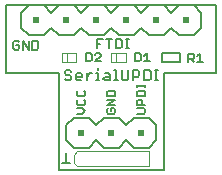
<source format=gto>
G75*
%MOIN*%
%OFA0B0*%
%FSLAX25Y25*%
%IPPOS*%
%LPD*%
%AMOC8*
5,1,8,0,0,1.08239X$1,22.5*
%
%ADD10C,0.00500*%
%ADD11C,0.00600*%
%ADD12C,0.00700*%
%ADD13C,0.00200*%
%ADD14R,0.02000X0.02000*%
%ADD15C,0.00400*%
D10*
X0019000Y0005800D02*
X0019000Y0038300D01*
X0001500Y0038300D01*
X0001500Y0060800D01*
X0071500Y0060800D01*
X0071500Y0038300D01*
X0054000Y0038300D01*
X0054000Y0005800D01*
X0019000Y0005800D01*
X0024000Y0013300D02*
X0021500Y0015800D01*
X0021500Y0020800D01*
X0024000Y0023300D01*
X0029000Y0023300D01*
X0031500Y0020800D01*
X0034000Y0023300D01*
X0039000Y0023300D01*
X0041500Y0020800D01*
X0044000Y0023300D01*
X0049000Y0023300D01*
X0051500Y0020800D01*
X0051500Y0015800D01*
X0049000Y0013300D01*
X0044000Y0013300D01*
X0041500Y0015800D01*
X0039000Y0013300D01*
X0034000Y0013300D01*
X0031500Y0015800D01*
X0029000Y0013300D01*
X0024000Y0013300D01*
X0025148Y0024550D02*
X0026949Y0024550D01*
X0027850Y0025451D01*
X0026949Y0026352D01*
X0025148Y0026352D01*
X0025598Y0027497D02*
X0025148Y0027947D01*
X0025148Y0028848D01*
X0025598Y0029298D01*
X0025598Y0030443D02*
X0027400Y0030443D01*
X0027850Y0030893D01*
X0027850Y0031794D01*
X0027400Y0032245D01*
X0025598Y0032245D02*
X0025148Y0031794D01*
X0025148Y0030893D01*
X0025598Y0030443D01*
X0027400Y0029298D02*
X0027850Y0028848D01*
X0027850Y0027947D01*
X0027400Y0027497D01*
X0025598Y0027497D01*
X0035148Y0027497D02*
X0037850Y0029298D01*
X0035148Y0029298D01*
X0035148Y0030443D02*
X0035148Y0031794D01*
X0035598Y0032245D01*
X0037400Y0032245D01*
X0037850Y0031794D01*
X0037850Y0030443D01*
X0035148Y0030443D01*
X0035148Y0027497D02*
X0037850Y0027497D01*
X0037400Y0026352D02*
X0036499Y0026352D01*
X0036499Y0025451D01*
X0035598Y0026352D02*
X0035148Y0025901D01*
X0035148Y0025000D01*
X0035598Y0024550D01*
X0037400Y0024550D01*
X0037850Y0025000D01*
X0037850Y0025901D01*
X0037400Y0026352D01*
X0045148Y0026352D02*
X0047400Y0026352D01*
X0047850Y0025901D01*
X0047850Y0025000D01*
X0047400Y0024550D01*
X0045148Y0024550D01*
X0045148Y0027497D02*
X0045148Y0028848D01*
X0045598Y0029298D01*
X0046499Y0029298D01*
X0046949Y0028848D01*
X0046949Y0027497D01*
X0047850Y0027497D02*
X0045148Y0027497D01*
X0045148Y0030443D02*
X0045148Y0031794D01*
X0045598Y0032245D01*
X0047400Y0032245D01*
X0047850Y0031794D01*
X0047850Y0030443D01*
X0045148Y0030443D01*
X0045148Y0033390D02*
X0045148Y0034290D01*
X0045148Y0033840D02*
X0047850Y0033840D01*
X0047850Y0033390D02*
X0047850Y0034290D01*
X0053350Y0041725D02*
X0053350Y0044875D01*
X0057681Y0044875D01*
X0059650Y0044875D01*
X0059650Y0041725D01*
X0057681Y0041725D01*
X0053350Y0041725D01*
X0049348Y0042000D02*
X0047547Y0042000D01*
X0048447Y0042000D02*
X0048447Y0044702D01*
X0047547Y0043802D01*
X0046402Y0044252D02*
X0046402Y0042450D01*
X0045951Y0042000D01*
X0044600Y0042000D01*
X0044600Y0044702D01*
X0045951Y0044702D01*
X0046402Y0044252D01*
X0042369Y0046450D02*
X0041368Y0046450D01*
X0041869Y0046450D02*
X0041869Y0049453D01*
X0042369Y0049453D02*
X0041368Y0049453D01*
X0040147Y0048952D02*
X0039647Y0049453D01*
X0038145Y0049453D01*
X0038145Y0046450D01*
X0039647Y0046450D01*
X0040147Y0046950D01*
X0040147Y0048952D01*
X0039000Y0050800D02*
X0044000Y0050800D01*
X0046500Y0053300D01*
X0049000Y0050800D01*
X0054000Y0050800D01*
X0056500Y0053300D01*
X0059000Y0050800D01*
X0064000Y0050800D01*
X0066500Y0053300D01*
X0066500Y0058300D01*
X0064000Y0060800D01*
X0059000Y0060800D01*
X0056500Y0058300D01*
X0054000Y0060800D01*
X0049000Y0060800D01*
X0046500Y0058300D01*
X0044000Y0060800D01*
X0039000Y0060800D01*
X0036500Y0058300D01*
X0034000Y0060800D01*
X0029000Y0060800D01*
X0026500Y0058300D01*
X0024000Y0060800D01*
X0019000Y0060800D01*
X0016500Y0058300D01*
X0014000Y0060800D01*
X0009000Y0060800D01*
X0006500Y0058300D01*
X0006500Y0053300D01*
X0009000Y0050800D01*
X0014000Y0050800D01*
X0016500Y0053300D01*
X0019000Y0050800D01*
X0024000Y0050800D01*
X0026500Y0053300D01*
X0029000Y0050800D01*
X0034000Y0050800D01*
X0036500Y0053300D01*
X0039000Y0050800D01*
X0036924Y0049453D02*
X0034923Y0049453D01*
X0033702Y0049453D02*
X0031700Y0049453D01*
X0031700Y0046450D01*
X0031700Y0047951D02*
X0032701Y0047951D01*
X0032548Y0044702D02*
X0031647Y0044702D01*
X0031197Y0044252D01*
X0030052Y0044252D02*
X0029601Y0044702D01*
X0028250Y0044702D01*
X0028250Y0042000D01*
X0029601Y0042000D01*
X0030052Y0042450D01*
X0030052Y0044252D01*
X0032548Y0044702D02*
X0032998Y0044252D01*
X0032998Y0043802D01*
X0031197Y0042000D01*
X0032998Y0042000D01*
X0035924Y0046450D02*
X0035924Y0049453D01*
X0012297Y0048452D02*
X0012297Y0046450D01*
X0011797Y0045950D01*
X0010295Y0045950D01*
X0010295Y0048953D01*
X0011797Y0048953D01*
X0012297Y0048452D01*
X0009074Y0048953D02*
X0009074Y0045950D01*
X0007073Y0048953D01*
X0007073Y0045950D01*
X0005852Y0046450D02*
X0005852Y0047451D01*
X0004851Y0047451D01*
X0003850Y0048452D02*
X0003850Y0046450D01*
X0004350Y0045950D01*
X0005351Y0045950D01*
X0005852Y0046450D01*
X0005852Y0048452D02*
X0005351Y0048953D01*
X0004350Y0048953D01*
X0003850Y0048452D01*
X0062303Y0044652D02*
X0062303Y0041950D01*
X0062303Y0042851D02*
X0063655Y0042851D01*
X0064105Y0043301D01*
X0064105Y0044202D01*
X0063655Y0044652D01*
X0062303Y0044652D01*
X0063204Y0042851D02*
X0064105Y0041950D01*
X0065250Y0041950D02*
X0067052Y0041950D01*
X0066151Y0041950D02*
X0066151Y0044652D01*
X0065250Y0043752D01*
D11*
X0052213Y0039153D02*
X0051079Y0039153D01*
X0051646Y0039153D02*
X0051646Y0035750D01*
X0051079Y0035750D02*
X0052213Y0035750D01*
X0049664Y0036317D02*
X0049664Y0038586D01*
X0049097Y0039153D01*
X0047396Y0039153D01*
X0047396Y0035750D01*
X0049097Y0035750D01*
X0049664Y0036317D01*
X0045981Y0037451D02*
X0045414Y0036884D01*
X0043713Y0036884D01*
X0043713Y0035750D02*
X0043713Y0039153D01*
X0045414Y0039153D01*
X0045981Y0038586D01*
X0045981Y0037451D01*
X0042298Y0036317D02*
X0041731Y0035750D01*
X0040597Y0035750D01*
X0040030Y0036317D01*
X0040030Y0039153D01*
X0038141Y0039153D02*
X0038141Y0035750D01*
X0037574Y0035750D02*
X0038708Y0035750D01*
X0036160Y0035750D02*
X0034458Y0035750D01*
X0033891Y0036317D01*
X0034458Y0036884D01*
X0036160Y0036884D01*
X0036160Y0037451D02*
X0036160Y0035750D01*
X0036160Y0037451D02*
X0035592Y0038019D01*
X0034458Y0038019D01*
X0032003Y0038019D02*
X0032003Y0035750D01*
X0031436Y0035750D02*
X0032570Y0035750D01*
X0032003Y0038019D02*
X0031436Y0038019D01*
X0032003Y0039153D02*
X0032003Y0039720D01*
X0030068Y0038019D02*
X0029501Y0038019D01*
X0028366Y0036884D01*
X0028366Y0035750D02*
X0028366Y0038019D01*
X0026952Y0037451D02*
X0026952Y0036884D01*
X0024683Y0036884D01*
X0024683Y0036317D02*
X0024683Y0037451D01*
X0025250Y0038019D01*
X0026385Y0038019D01*
X0026952Y0037451D01*
X0026385Y0035750D02*
X0025250Y0035750D01*
X0024683Y0036317D01*
X0023269Y0036317D02*
X0022701Y0035750D01*
X0021567Y0035750D01*
X0021000Y0036317D01*
X0021567Y0037451D02*
X0022701Y0037451D01*
X0023269Y0036884D01*
X0023269Y0036317D01*
X0021567Y0037451D02*
X0021000Y0038019D01*
X0021000Y0038586D01*
X0021567Y0039153D01*
X0022701Y0039153D01*
X0023269Y0038586D01*
X0037574Y0039153D02*
X0038141Y0039153D01*
X0042298Y0039153D02*
X0042298Y0036317D01*
D12*
X0021500Y0011450D02*
X0021500Y0008300D01*
X0022750Y0008300D01*
X0021500Y0008300D02*
X0020250Y0008300D01*
D13*
X0024000Y0008250D02*
X0024000Y0010750D01*
X0025250Y0012000D01*
X0049000Y0012000D01*
X0049000Y0007000D01*
X0025250Y0007000D01*
X0024000Y0008250D01*
D14*
X0026500Y0018300D03*
X0036500Y0018300D03*
X0046500Y0018300D03*
X0041500Y0055800D03*
X0031500Y0055800D03*
X0021500Y0055800D03*
X0011500Y0055800D03*
X0051500Y0055800D03*
X0061500Y0055800D03*
D15*
X0041362Y0044875D02*
X0041362Y0041725D01*
X0041323Y0041725D02*
X0038162Y0041725D01*
X0038162Y0044875D01*
X0041323Y0044875D01*
X0038162Y0044875D02*
X0036677Y0044875D01*
X0036638Y0044875D02*
X0036638Y0041725D01*
X0036677Y0041725D02*
X0038162Y0041725D01*
X0024862Y0041725D02*
X0024862Y0044875D01*
X0024823Y0044875D02*
X0021662Y0044875D01*
X0021662Y0041725D01*
X0020177Y0041725D01*
X0020138Y0041725D02*
X0020138Y0044875D01*
X0020177Y0044875D02*
X0021662Y0044875D01*
X0021662Y0041725D02*
X0024823Y0041725D01*
M02*

</source>
